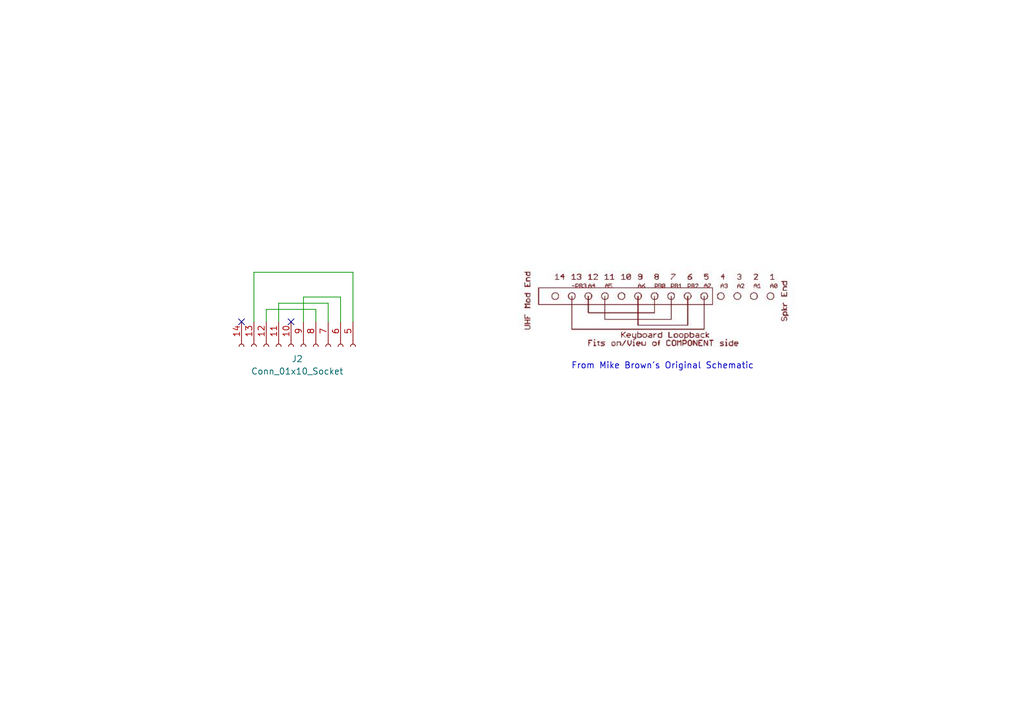
<source format=kicad_sch>
(kicad_sch
	(version 20250114)
	(generator "eeschema")
	(generator_version "9.0")
	(uuid "c03f7a75-41d3-459b-a58b-b1e71c057fdc")
	(paper "A5")
	(title_block
		(title "Oric Diag Keyboard Loopback")
		(date "2025-10-17")
		(rev "1")
		(comment 2 "This is a redrwan Schematic of Mike Brown's Oric Diag Board")
	)
	(lib_symbols
		(symbol "Connector:Conn_01x10_Socket"
			(pin_names
				(offset 1.016)
				(hide yes)
			)
			(exclude_from_sim no)
			(in_bom yes)
			(on_board yes)
			(property "Reference" "J2"
				(at 2.54 -1.27 90)
				(effects
					(font
						(size 1.27 1.27)
					)
				)
			)
			(property "Value" "Conn_01x10_Socket"
				(at 5.08 -1.27 90)
				(effects
					(font
						(size 1.27 1.27)
					)
				)
			)
			(property "Footprint" "Connector_PinSocket_2.54mm:PinSocket_1x10_P2.54mm_Vertical"
				(at 0 0 0)
				(effects
					(font
						(size 1.27 1.27)
					)
					(hide yes)
				)
			)
			(property "Datasheet" "~"
				(at 0 0 0)
				(effects
					(font
						(size 1.27 1.27)
					)
					(hide yes)
				)
			)
			(property "Description" "Generic connector, single row, 01x10, script generated"
				(at 0 0 0)
				(effects
					(font
						(size 1.27 1.27)
					)
					(hide yes)
				)
			)
			(property "ki_locked" ""
				(at 0 0 0)
				(effects
					(font
						(size 1.27 1.27)
					)
				)
			)
			(property "ki_keywords" "connector"
				(at 0 0 0)
				(effects
					(font
						(size 1.27 1.27)
					)
					(hide yes)
				)
			)
			(property "ki_fp_filters" "Connector*:*_1x??_*"
				(at 0 0 0)
				(effects
					(font
						(size 1.27 1.27)
					)
					(hide yes)
				)
			)
			(symbol "Conn_01x10_Socket_1_1"
				(polyline
					(pts
						(xy -1.27 10.16) (xy -0.508 10.16)
					)
					(stroke
						(width 0.1524)
						(type default)
					)
					(fill
						(type none)
					)
				)
				(polyline
					(pts
						(xy -1.27 7.62) (xy -0.508 7.62)
					)
					(stroke
						(width 0.1524)
						(type default)
					)
					(fill
						(type none)
					)
				)
				(polyline
					(pts
						(xy -1.27 5.08) (xy -0.508 5.08)
					)
					(stroke
						(width 0.1524)
						(type default)
					)
					(fill
						(type none)
					)
				)
				(polyline
					(pts
						(xy -1.27 2.54) (xy -0.508 2.54)
					)
					(stroke
						(width 0.1524)
						(type default)
					)
					(fill
						(type none)
					)
				)
				(polyline
					(pts
						(xy -1.27 0) (xy -0.508 0)
					)
					(stroke
						(width 0.1524)
						(type default)
					)
					(fill
						(type none)
					)
				)
				(polyline
					(pts
						(xy -1.27 -2.54) (xy -0.508 -2.54)
					)
					(stroke
						(width 0.1524)
						(type default)
					)
					(fill
						(type none)
					)
				)
				(polyline
					(pts
						(xy -1.27 -5.08) (xy -0.508 -5.08)
					)
					(stroke
						(width 0.1524)
						(type default)
					)
					(fill
						(type none)
					)
				)
				(polyline
					(pts
						(xy -1.27 -7.62) (xy -0.508 -7.62)
					)
					(stroke
						(width 0.1524)
						(type default)
					)
					(fill
						(type none)
					)
				)
				(polyline
					(pts
						(xy -1.27 -10.16) (xy -0.508 -10.16)
					)
					(stroke
						(width 0.1524)
						(type default)
					)
					(fill
						(type none)
					)
				)
				(polyline
					(pts
						(xy -1.27 -12.7) (xy -0.508 -12.7)
					)
					(stroke
						(width 0.1524)
						(type default)
					)
					(fill
						(type none)
					)
				)
				(arc
					(start 0 9.652)
					(mid -0.5058 10.16)
					(end 0 10.668)
					(stroke
						(width 0.1524)
						(type default)
					)
					(fill
						(type none)
					)
				)
				(arc
					(start 0 7.112)
					(mid -0.5058 7.62)
					(end 0 8.128)
					(stroke
						(width 0.1524)
						(type default)
					)
					(fill
						(type none)
					)
				)
				(arc
					(start 0 4.572)
					(mid -0.5058 5.08)
					(end 0 5.588)
					(stroke
						(width 0.1524)
						(type default)
					)
					(fill
						(type none)
					)
				)
				(arc
					(start 0 2.032)
					(mid -0.5058 2.54)
					(end 0 3.048)
					(stroke
						(width 0.1524)
						(type default)
					)
					(fill
						(type none)
					)
				)
				(arc
					(start 0 -0.508)
					(mid -0.5058 0)
					(end 0 0.508)
					(stroke
						(width 0.1524)
						(type default)
					)
					(fill
						(type none)
					)
				)
				(arc
					(start 0 -3.048)
					(mid -0.5058 -2.54)
					(end 0 -2.032)
					(stroke
						(width 0.1524)
						(type default)
					)
					(fill
						(type none)
					)
				)
				(arc
					(start 0 -5.588)
					(mid -0.5058 -5.08)
					(end 0 -4.572)
					(stroke
						(width 0.1524)
						(type default)
					)
					(fill
						(type none)
					)
				)
				(arc
					(start 0 -8.128)
					(mid -0.5058 -7.62)
					(end 0 -7.112)
					(stroke
						(width 0.1524)
						(type default)
					)
					(fill
						(type none)
					)
				)
				(arc
					(start 0 -10.668)
					(mid -0.5058 -10.16)
					(end 0 -9.652)
					(stroke
						(width 0.1524)
						(type default)
					)
					(fill
						(type none)
					)
				)
				(arc
					(start 0 -13.208)
					(mid -0.5058 -12.7)
					(end 0 -12.192)
					(stroke
						(width 0.1524)
						(type default)
					)
					(fill
						(type none)
					)
				)
				(pin passive line
					(at -5.08 10.16 0)
					(length 3.81)
					(name "Pin_5"
						(effects
							(font
								(size 1.27 1.27)
							)
						)
					)
					(number "5"
						(effects
							(font
								(size 1.27 1.27)
							)
						)
					)
				)
				(pin passive line
					(at -5.08 7.62 0)
					(length 3.81)
					(name "Pin_6"
						(effects
							(font
								(size 1.27 1.27)
							)
						)
					)
					(number "6"
						(effects
							(font
								(size 1.27 1.27)
							)
						)
					)
				)
				(pin passive line
					(at -5.08 5.08 0)
					(length 3.81)
					(name "Pin_7"
						(effects
							(font
								(size 1.27 1.27)
							)
						)
					)
					(number "7"
						(effects
							(font
								(size 1.27 1.27)
							)
						)
					)
				)
				(pin passive line
					(at -5.08 2.54 0)
					(length 3.81)
					(name "Pin_8"
						(effects
							(font
								(size 1.27 1.27)
							)
						)
					)
					(number "8"
						(effects
							(font
								(size 1.27 1.27)
							)
						)
					)
				)
				(pin passive line
					(at -5.08 0 0)
					(length 3.81)
					(name "Pin_9"
						(effects
							(font
								(size 1.27 1.27)
							)
						)
					)
					(number "9"
						(effects
							(font
								(size 1.27 1.27)
							)
						)
					)
				)
				(pin passive line
					(at -5.08 -2.54 0)
					(length 3.81)
					(name "Pin_10"
						(effects
							(font
								(size 1.27 1.27)
							)
						)
					)
					(number "10"
						(effects
							(font
								(size 1.27 1.27)
							)
						)
					)
				)
				(pin passive line
					(at -5.08 -5.08 0)
					(length 3.81)
					(name "Pin_11"
						(effects
							(font
								(size 1.27 1.27)
							)
						)
					)
					(number "11"
						(effects
							(font
								(size 1.27 1.27)
							)
						)
					)
				)
				(pin passive line
					(at -5.08 -7.62 0)
					(length 3.81)
					(name "Pin_12"
						(effects
							(font
								(size 1.27 1.27)
							)
						)
					)
					(number "12"
						(effects
							(font
								(size 1.27 1.27)
							)
						)
					)
				)
				(pin passive line
					(at -5.08 -10.16 0)
					(length 3.81)
					(name "Pin_13"
						(effects
							(font
								(size 1.27 1.27)
							)
						)
					)
					(number "13"
						(effects
							(font
								(size 1.27 1.27)
							)
						)
					)
				)
				(pin passive line
					(at -5.08 -12.7 0)
					(length 3.81)
					(name "Pin_14"
						(effects
							(font
								(size 1.27 1.27)
							)
						)
					)
					(number "14"
						(effects
							(font
								(size 1.27 1.27)
							)
						)
					)
				)
			)
			(embedded_fonts no)
		)
	)
	(text "From Mike Brown's Original Schematic"
		(exclude_from_sim no)
		(at 135.89 75.184 0)
		(effects
			(font
				(size 1.27 1.27)
			)
		)
		(uuid "592752cb-8559-4a4c-bb06-ca9831d354f3")
	)
	(no_connect
		(at 49.53 66.04)
		(uuid "5040e1eb-1f57-4a53-a209-cfa368048d56")
	)
	(no_connect
		(at 59.69 66.04)
		(uuid "db9a0a2c-1ddc-4f6e-9428-d795aac81676")
	)
	(wire
		(pts
			(xy 57.15 62.23) (xy 67.31 62.23)
		)
		(stroke
			(width 0)
			(type default)
		)
		(uuid "0cd98ccb-0e15-4fe5-a3a6-f3f7e0aa1cd6")
	)
	(wire
		(pts
			(xy 69.85 60.96) (xy 69.85 66.04)
		)
		(stroke
			(width 0)
			(type default)
		)
		(uuid "19732327-f195-4b58-807d-d7bb14733c3f")
	)
	(wire
		(pts
			(xy 72.39 55.88) (xy 72.39 66.04)
		)
		(stroke
			(width 0)
			(type default)
		)
		(uuid "236a0f42-f942-4d9a-ac30-96ff8caa9aaa")
	)
	(wire
		(pts
			(xy 52.07 66.04) (xy 52.07 55.88)
		)
		(stroke
			(width 0)
			(type default)
		)
		(uuid "4bfea9ad-cbcd-4483-8325-ee4b1c1849be")
	)
	(wire
		(pts
			(xy 57.15 66.04) (xy 57.15 62.23)
		)
		(stroke
			(width 0)
			(type default)
		)
		(uuid "4e1b7724-e05f-401f-adc0-19184e1d2266")
	)
	(wire
		(pts
			(xy 54.61 63.5) (xy 64.77 63.5)
		)
		(stroke
			(width 0)
			(type default)
		)
		(uuid "4ff4ba7c-46e6-45e5-bb55-241cd7326970")
	)
	(wire
		(pts
			(xy 54.61 66.04) (xy 54.61 63.5)
		)
		(stroke
			(width 0)
			(type default)
		)
		(uuid "74d7c86f-fc02-4809-acbf-9674999f2046")
	)
	(wire
		(pts
			(xy 62.23 60.96) (xy 69.85 60.96)
		)
		(stroke
			(width 0)
			(type default)
		)
		(uuid "8e9a59a6-e19e-45a5-9c9a-21769156f961")
	)
	(wire
		(pts
			(xy 67.31 62.23) (xy 67.31 66.04)
		)
		(stroke
			(width 0)
			(type default)
		)
		(uuid "8efac7a4-d616-4275-958c-fbec7fe0ca36")
	)
	(wire
		(pts
			(xy 62.23 66.04) (xy 62.23 60.96)
		)
		(stroke
			(width 0)
			(type default)
		)
		(uuid "a7809451-f0ae-45d7-a7c9-111a4d2d159a")
	)
	(wire
		(pts
			(xy 52.07 55.88) (xy 72.39 55.88)
		)
		(stroke
			(width 0)
			(type default)
		)
		(uuid "b7410565-b5db-46c8-ae26-d69fcbd1c80e")
	)
	(wire
		(pts
			(xy 64.77 63.5) (xy 64.77 66.04)
		)
		(stroke
			(width 0)
			(type default)
		)
		(uuid "c0703ae1-3774-4269-93b7-4660499f0993")
	)
	(image
		(at 134.62 63.5)
		(scale 0.5)
		(uuid "f27e3fc7-ab60-47f9-8a5b-684a0fa4ceec")
		(data "/9j/4AAQSkZJRgABAQEAYABgAAD/4QLyRXhpZgAATU0AKgAAAAgABAE7AAIAAAANAAABSodpAAQA"
			"AAABAAABWJydAAEAAAAaAAAC0OocAAcAAAEMAAAAPgAAAAAc6gAAAAEAAAAAAAAAAAAAAAAAAAAA"
			"AAAAAAAAAAAAAAAAAAAAAAAAAAAAAAAAAAAAAAAAAAAAAAAAAAAAAAAAAAAAAAAAAAAAAAAAAAAA"
			"AAAAAAAAAAAAAAAAAAAAAAAAAAAAAAAAAAAAAAAAAAAAAAAAAAAAAAAAAAAAAAAAAAAAAAAAAAAA"
			"AAAAAAAAAAAAAAAAAAAAAAAAAAAAAAAAAAAAAAAAAAAAAAAAAAAAAAAAAAAAAAAAAAAAAAAAAAAA"
			"AAAAAAAAAAAAAAAAAAAAAAAAAAAAAAAAAAAAAAAAAAAAAAAAAAAAAAAAAAAAAAAAAAAAAAAAAAAA"
			"AAAAAAAAAAAAAAAAAAAAAAAAUm9iZXJ0IEJld2VzAAAABZADAAIAAAAUAAACppAEAAIAAAAUAAAC"
			"upKRAAIAAAADOTIAAJKSAAIAAAADOTIAAOocAAcAAAEMAAABmgAAAAAc6gAAAAEAAAAAAAAAAAAA"
			"AAAAAAAAAAAAAAAAAAAAAAAAAAAAAAAAAAAAAAAAAAAAAAAAAAAAAAAAAAAAAAAAAAAAAAAAAAAA"
			"AAAAAAAAAAAAAAAAAAAAAAAAAAAAAAAAAAAAAAAAAAAAAAAAAAAAAAAAAAAAAAAAAAAAAAAAAAAA"
			"AAAAAAAAAAAAAAAAAAAAAAAAAAAAAAAAAAAAAAAAAAAAAAAAAAAAAAAAAAAAAAAAAAAAAAAAAAAA"
			"AAAAAAAAAAAAAAAAAAAAAAAAAAAAAAAAAAAAAAAAAAAAAAAAAAAAAAAAAAAAAAAAAAAAAAAAAAAA"
			"AAAAAAAAAAAAAAAAAAAAAAAAAAAAAAAAMjAyNTowOTozMCAxOTozOTo0NwAyMDI1OjA5OjMwIDE5"
			"OjM5OjQ3AAAAUgBvAGIAZQByAHQAIABCAGUAdwBlAHMAAAD/4QQfaHR0cDovL25zLmFkb2JlLmNv"
			"bS94YXAvMS4wLwA8P3hwYWNrZXQgYmVnaW49J++7vycgaWQ9J1c1TTBNcENlaGlIenJlU3pOVGN6"
			"a2M5ZCc/Pg0KPHg6eG1wbWV0YSB4bWxuczp4PSJhZG9iZTpuczptZXRhLyI+PHJkZjpSREYgeG1s"
			"bnM6cmRmPSJodHRwOi8vd3d3LnczLm9yZy8xOTk5LzAyLzIyLXJkZi1zeW50YXgtbnMjIj48cmRm"
			"OkRlc2NyaXB0aW9uIHJkZjphYm91dD0idXVpZDpmYWY1YmRkNS1iYTNkLTExZGEtYWQzMS1kMzNk"
			"NzUxODJmMWIiIHhtbG5zOmRjPSJodHRwOi8vcHVybC5vcmcvZGMvZWxlbWVudHMvMS4xLyIvPjxy"
			"ZGY6RGVzY3JpcHRpb24gcmRmOmFib3V0PSJ1dWlkOmZhZjViZGQ1LWJhM2QtMTFkYS1hZDMxLWQz"
			"M2Q3NTE4MmYxYiIgeG1sbnM6eG1wPSJodHRwOi8vbnMuYWRvYmUuY29tL3hhcC8xLjAvIj48eG1w"
			"OkNyZWF0ZURhdGU+MjAyNS0wOS0zMFQxOTozOTo0Ny45MTc8L3htcDpDcmVhdGVEYXRlPjwvcmRm"
			"OkRlc2NyaXB0aW9uPjxyZGY6RGVzY3JpcHRpb24gcmRmOmFib3V0PSJ1dWlkOmZhZjViZGQ1LWJh"
			"M2QtMTFkYS1hZDMxLWQzM2Q3NTE4MmYxYiIgeG1sbnM6ZGM9Imh0dHA6Ly9wdXJsLm9yZy9kYy9l"
			"bGVtZW50cy8xLjEvIj48ZGM6Y3JlYXRvcj48cmRmOlNlcSB4bWxuczpyZGY9Imh0dHA6Ly93d3cu"
			"dzMub3JnLzE5OTkvMDIvMjItcmRmLXN5bnRheC1ucyMiPjxyZGY6bGk+Um9iZXJ0IEJld2VzPC9y"
			"ZGY6bGk+PC9yZGY6U2VxPg0KCQkJPC9kYzpjcmVhdG9yPjwvcmRmOkRlc2NyaXB0aW9uPjwvcmRm"
			"OlJERj48L3g6eG1wbWV0YT4NCiAgICAgICAgICAgICAgICAgICAgICAgICAgICAgICAgICAgICAg"
			"ICAgICAgICAgICAgICAgICAgICAgICAgICAgICAgICAgICAgICAgICAgICAgICAgICAgICAgICAg"
			"ICAgICAKICAgICAgICAgICAgICAgICAgICAgICAgICAgICAgICAgICAgICAgICAgICAgICAgICAg"
			"ICAgICAgICAgICAgICAgICAgICAgICAgICAgICAgICAgICAgICAgICAgICAgICAgIAogICAgICAg"
			"ICAgICAgICAgICAgICAgICAgICAgICAgICAgICAgICAgICAgICAgICAgICAgICA8P3hwYWNrZXQg"
			"ZW5kPSd3Jz8+/9sAQwAHBQUGBQQHBgUGCAcHCAoRCwoJCQoVDxAMERgVGhkYFRgXGx4nIRsdJR0X"
			"GCIuIiUoKSssKxogLzMvKjInKisq/9sAQwEHCAgKCQoUCwsUKhwYHCoqKioqKioqKioqKioqKioq"
			"KioqKioqKioqKioqKioqKioqKioqKioqKioqKioqKioq/8AAEQgAigGzAwEiAAIRAQMRAf/EAB8A"
			"AAEFAQEBAQEBAAAAAAAAAAABAgMEBQYHCAkKC//EALUQAAIBAwMCBAMFBQQEAAABfQECAwAEEQUS"
			"ITFBBhNRYQcicRQygZGhCCNCscEVUtHwJDNicoIJChYXGBkaJSYnKCkqNDU2Nzg5OkNERUZHSElK"
			"U1RVVldYWVpjZGVmZ2hpanN0dXZ3eHl6g4SFhoeIiYqSk5SVlpeYmZqio6Slpqeoqaqys7S1tre4"
			"ubrCw8TFxsfIycrS09TV1tfY2drh4uPk5ebn6Onq8fLz9PX29/j5+v/EAB8BAAMBAQEBAQEBAQEA"
			"AAAAAAABAgMEBQYHCAkKC//EALURAAIBAgQEAwQHBQQEAAECdwABAgMRBAUhMQYSQVEHYXETIjKB"
			"CBRCkaGxwQkjM1LwFWJy0QoWJDThJfEXGBkaJicoKSo1Njc4OTpDREVGR0hJSlNUVVZXWFlaY2Rl"
			"ZmdoaWpzdHV2d3h5eoKDhIWGh4iJipKTlJWWl5iZmqKjpKWmp6ipqrKztLW2t7i5usLDxMXGx8jJ"
			"ytLT1NXW19jZ2uLj5OXm5+jp6vLz9PX29/j5+v/aAAwDAQACEQMRAD8A+kaKKxvFc2p2vhu6vNFu"
			"7e1ntI3nY3FsZlkVUYlMB1wScc5OMdKT0RUY80kjZorzzw74m1y7/wCERvL7XdJvIPEG7daW9n5c"
			"keLaSRsP5rZ2Oio3y9Tzg8V6HSjLmRdWk6Ts/wCugUUUVRkFFFUda1mw8P6Pcapq9wttaW67pJG/"
			"IADuSeAB1NA0nJ2ReoqOeeG1t5Li6lSGGJC8kkjBVRQMkkngADnNVNF1qw8Q6TFqekTi4s5mdY5Q"
			"pAba5QkZ7ZU0eQcrtzW0L9FRzzw2ttLcXUqQwQoXklkYKqKBksSeAAOc1kxeMNBm8KN4lXUY10dQ"
			"xN26sq/K5Q8EZPzDA454xnIpXSGoSkrpeRtUVh6P4u0vWtTk023+129/HD55tb2zlt5DFnbvAdRl"
			"c8ZHetyhNPYJRlB2krBRWbpniHSdZvb+00q+ju5tPkWO5EWSsbEZA3dCeucE4IIODWZp3j7QdUuI"
			"EtZboQ3T+XbXc1nLFbzvnAVJWUKxJBAGeccZo5kV7Kpr7r0OloorOTX9Lk8RNoUV7FJqaQG4ktkb"
			"c0aAoMtj7ufMXAPUHIpkKLexo0VmXXiLSbPxBZaHcXsa6nfKz29qMl2VVLFjj7owrcnGcECtOi4O"
			"LVrrcKKztW8QaXoctlFql4kEt/cJbWsZyWlkYgAADnqRk9BnmodX8T6fotzHbTrdXN06eZ9nsbSS"
			"5kVM43ssYJVc8AnGSDjoaV0Uqc3ay3Neiqml6pZa3pdvqOl3CXNpcLujkTuOhBHUEHIIPIIIPIpm"
			"rava6NaLcXnmtvcRxxQQtLLK2CdqIoLMcAngcBSegNF1a4uWXNy21L1FZmjeINP15J/sEkgltmCX"
			"FvPC8M0JIyN8bgMuRyCRg9q06d7ilFxdmgoqvf39ppWnz32o3CW1rAheWWQ4VQKzdJ8V6drF+bGF"
			"L62uxEZhBfWMtszICAWXzFG4AsBx0zSutilCTXMlobVFFFMgKK5s+OdMS9jt57PWLfzbhLdZp9Ju"
			"I4t7uEUFygUAsQAc45FdJSTT2LlCUPiVgoorK13xLpPhuKB9XuxC1zJ5VvCqNJJO/wDdRFBZjyBw"
			"OpHrQ3bcUYuTtFXZq0UyCZbi3jmjDhZFDqJEKMARnlWAIPsQCKfTJCisTWfFunaJqUOn3Ed9cXc0"
			"LTrDZWUtwwjBCliEU4GSB+NaOm38ep6fHdww3MKSZxHdQPDIMEjlHAI6dx05pXV7FuElHma0LVFF"
			"FMgKKpaRrFhr2mrf6TcLc2ju6JKn3WKOUJB7jKnB6HqKu0DaadmFFR3FxDa20txdSpDBCheSWRgq"
			"ooGSxJ4AA5zWZpPiaw1i7e1gjvbedUMix3tlLbNIgIBZBIo3AErnHTcucZFK6Goyauka9FFFMkKK"
			"5xfHugNqkVkZ518+5+yQXTWsotpp8keWk23YWyrDGeqkV0dJNPYuUJQ+JWCiis268Q6VZa9Y6LcX"
			"ka6lfBjBag5dlVWYsQOi4RuTwSMU9iVFy2RpUUUUCCiiigAooooAKqarff2Zo97f+X5v2W3ebZux"
			"u2qTjPbOKt1k63etBeaPYmGGaDVLx7S4WVdwMf2aaTgdOTGBzkYJpPYqCuzB8HabdXps/FL23h60"
			"OqQC5lS00kpclZV3hWuPM+Y5Kkkpzg8DqO0rzvTvDvg7RvEWiX3hTSbZJn1S406SfMu6Jkt7jeFD"
			"NjO6LbnBGCcdjXolTDY3xOs7r8Vbr8woooqzmCuV+IvkP4M1KBrC4vLyeyuYrIW9jJcMsrwsgwUV"
			"tmQxXJwMEjPWuqopNXVi6cuSSl2OU13Q9M+JOgpbT3Gr2VtDchyBA9q0jKMgMk0fzpkg/dIyOvBq"
			"TwBo9xonh25tru5vrh21O9kDXxBfb9ocKwwBwwAkz3LkjggDp6KXKr3LdaXs/Zra9yhraWD6RMNY"
			"tDeWYKtJALVrksQwK/u1Vi2GAPAPTPauT8H62+neELmMaNrM13b3N3cm1/s6WF5I3upGBRpQiM2x"
			"w20Nu6jGeK7usjV9fOmalaWFvpV9qdzdQyzLHaGEbUjMYYkyyIOsq8DPehrW46crx9na+t9+xz2h"
			"rcX3xNudVtTrEumvpzI39p2bQJbSmRMRwCRVfDKpLYUjKpljwB3FcrB8QNOubqIQWV+9hLcQWy6k"
			"I08nzJ4o5IgV3+YMiWMZKYBbBI5NXtK8URanq39nTabqGnXD232qBb2JV8+IMFLDazFSCyZVwrDc"
			"OOuFFpFVYVJauNrI5XwTPa6f448RpbaVqdlYX0lomn7tIuYoisduEPJjAQAjHzYrQttWtfEniCB9"
			"W0/VIoLS6J0+1m0e6VTIDgXErtHtB6lAThQdzfMQI9i38aaNPDczyXBtoII2nSWYALcQq20zREE7"
			"03ccc8qcYdC2ho2qxa3pMV/BBcW6Slh5VzHskQqxUhl7HIPHWkl0TLqSd3OUWtlv5W7F6uIu7/Td"
			"K+INvcW2lahHFHa3q3ctpolyyvPJJbEMWSIhyRE3zDP3eT0rt65/V/Gml6JezW96txiGJmaeNA0X"
			"mBDJ5BbOFlKDcFbGQV55FVLYxo35mkrnO+IZNPsviBod3ZaNfhra9mm1K5tNGuHDbrV0Vi6RkScs"
			"BwTjP1r0IHKgjPPqMVh+H/E8fiGW5SCwngW2YxyO9zayhXHVD5MzkMPQgVuUR7jrN6Ra1StvfzOM"
			"8ePaRvZFNNvLi/W8spDNa6ZNOVgjukkcb0QgYCFtucnA4PFYfimzu9U8WR6nH/aFtoGq6WlldTW+"
			"n3Ru18ud3MYiVN8e8NjewxtDdypPp9FJxuXTxHIlZf193kc94GsW07wlDCbFtPR7m6nhtGQIYYpL"
			"iSSNSo4UhHX5e3TtTfG1nFeaPbiePVFWK6SQXek83NmQGHmKoDFgc7CFVjtkPGAcdHVHV9Wg0ezW"
			"aZJJpJZFhgt4ceZPI3REBIBPUnJAABJIAJDslGxmpylV51u2cd8N9IvrHWvEuoXI1aSzvpYBaXOs"
			"BVuZxGjIzMmAyjPTcqnbjiu/rEn8W6YtpbyWPnajPdf6iztI8zvhtrZRseWFb5WL7QrfKxB4rboi"
			"klZDrSlOXPJW/wCBoYPjnTbzWPAes6dplvDc3dzaPHFFPjazEep4DehPAOCa5fwjo8sXj9L61vvE"
			"2pWUOly273OvRtGI5GliKrGrojEkRsWbaRwvzZ4Hd6vqUOjaLfapdK7wWVvJcSLGAWKopYgAkDOB"
			"6isRfGjPfHT08Oaw2pIpd7Ii3Vlj4xJvaURspLY+VicgggYNTJK92aUpVPZuMVpr/wAE6aiuRh+I"
			"+l3E1qILHUjbzzQW7XTwrEkU8rbVhIdgzODjcEVtoIJ4rrqtNPY5505w+JWOf0S2n1eSDX9at5IJ"
			"9pNnYyqR9iQ5G5geszKcM38IOxf4mfoK5GL4hW8mlW18+h6tEt7FDNZRuIC10sskUa7SJSq/NPHk"
			"OV4bjODiwPHmlpHGt3Dd2t4+oJpzWMiK0ySs0YydjMuwCaMlwxHzqM7iFMqUUbTpVZPb+v6/4Op0"
			"1eVeJrDVIfGWu6naS+KI9WKRRaMNPt0ltZYzGg2szIyoBMHZw7JkbSM8V6rWDN4shg1meyl06+W3"
			"t7uKzk1DERhWaVYyi4D+ZyZY1zswC3JwCaJpNahh5yhJuKvp+q/4Y1NLkvJdIs5NViSC+eBGuYoz"
			"lUkKjco5PAOR1P1NWq5Ww8dxahbGSLQdYWV7aC7toDFEz3MUr7VZCshUYJBbey7QcnjmtnRNZj1u"
			"xe4jtri0eKaSCa3ulAkjdGwQdpKnsQQSCCOaaaZnOnON20c/4y8P+Hr/AFey1HxHpmoX0aQSW+LW"
			"GWeM5dHVZIogXblSQcbBg7udlaHgaC9t/CsS6hDeQM087ww30pkmjgaVmiV2LMciMqMEkjGO1WNd"
			"8U2GgSwxXUd1PJIrSulpAZWhhX70rgdEGR7noATUa+Kozrljp5027EWoMwtL4S27wzBYzJuULKX2"
			"4HXbjJX1FLRSua3qSpKNtN/uvsbtZfiPQYvE2gz6Vc3V1aw3GBI9q6q5UHJX5gQVPQgjkEitSqWq"
			"arb6TarLcB5HkcRQQRAGSeQ9EQEjJOCeSAACxIUEina2pzwclJOO5ifD/RrnRPD91bXlxfTu+p3k"
			"itfEF9pncKwwBwwAfPcuSOCBXUVzN346s7bT1v003VLiyWBp7q4jtwq2aqxVxJvZTuUq25FDMNpy"
			"ORnpqUbWsjStzuTnNbkN5LNBYzzWtubqeONmjgVwplYDIXceBk8ZPHNcjowOp/ENtbt4tZ8htOki"
			"lXU7eSBLRy0O2OFXVc7vLdnI3jKrhhnB7C4uIbS2luLqVIYIULySyMFVFAyWJPAAHOaxR4rjktwb"
			"TSNUuLsyKpsBCsc6KysySMJGVVRghwSR82UOHDKCVrjp8yi7I3qKo6Nq0GuaNbalaJNHFcJuEc6b"
			"JIz0KsvZgQQfcd6vVRi007M4BtSfxF47jXVbTVrPTdKutllbHS7kpez8YuJH8sosat9wZHI3kjgV"
			"39c4PHehi6uY7iaW2hhEnl3c0RWG5Mf+sETfxlfQdcHbuwca2j6pFrWkw38EM8CTZxFcx7JEIYqQ"
			"y9jkHiojbub1lKyfLZIu1xXiO406w8W6TcQaVem4j1D7Rf3Npo9xLvQWc8aFpEjIfBkRcAkjPbBr"
			"tax7nxPp9trkelsZGkLrFLMigxW8jjMaSNn5Wf8AhHPJUHG9NzkTSbTdlfRmtHIJYkkUMFdQwDKV"
			"OD6g8g+xp1c5oXjbT9f1NLG3trq3ee0+3WrXAQfabfcFEqqrFlUkjG8KSDwODjF+KFk8On2mtJqm"
			"rWMFteW0d8bK+liRLUygSOUQ8nDdQCcfShy0uhxot1FTlpc72iuJ8FNaf8JPrCaHrl1rWlLaWuJp"
			"tRe8RJy8+9VcsQDt8skA91z1FdtTTurkVIckuUKKKKZmFZev+G9K8UWUVprdu1xDDKJowkzxFXCs"
			"udyMD0Zh171qVj+KL/VNK0Ge/wBGt7S4ktlaWVLuZox5aqxO0qrZbgYBwOvNJ2tqXT5udcrszO0f"
			"4a+FdB1WDUtK06SG6t2Z43a9nkCsylWO1nIJIZuSO9dTXE6H4q8SXreHbnVdN0qHT9dx5TW13I8s"
			"e63knXKtGB0jwcE8nvXbUo8ttDSv7Xm/eO79bnIRav4i1fxfr2maXd6ZZW2kyQRqbmxkneQyQrIT"
			"lZkAxuxjFaH2Pxh/0HNE/wDBNN/8lVm+Fv8Ako3jn/r5s/8A0lSuxpRV0VVlySSilsui7IwPsfjD"
			"/oOaJ/4Jpv8A5Ko+x+MP+g5on/gmm/8AkqtfUL+30vTLrUL1/LtrSF55nCk7UVSzHA5PANYFqvjP"
			"ULNb6S60vSpZIy0enSWj3AiztIEkgkQlxgj5QANx+9gGh2FGUmruyXov8ix9j8Yf9BzRP/BNN/8A"
			"JVH2Pxh/0HNE/wDBNN/8lVe0LVxrWl/ajCYJUmlt54t24JLFI0bgNgbl3KcHAyMEgHgaNOyZMpzi"
			"7NL7l/kc1d6P4mv7SS1v9U8PXNvKMSQzaFK6OPQg3WDWFJ8N9RNzbS2epaPpiW6TKsWlaXcWSsZT"
			"HuZvJu1JP7lB1x6g4GNez1LXPFK3V1oV3aaZpkdw0NtPLb/aJLkxSbXbAdQsZZWTHLEfMChIxoaF"
			"quoT6jf6TrcEKX1iscontsiK5hk3BJFUklDujkUqScbcgkEVNos3561NOzWm6svTscp/wrPUU1Ia"
			"jbalodreJdQ3EVxb6G6SQrFGkYhVhcZERSPBToQzdM8aFn4Q8S2eu/2xH4h0o3slqLa6k/sZ1F5j"
			"btklVbgBpAFIBAGAzADGMdtXPXOq6nqHiSfStAksoU09Y2vrm6ieXDOCViRFZfm2gMWLcBl4OTg5"
			"YoSxFaeja27Lb7jltP8AhTNpsdqkM3hmRIbE2UqyeHSRdruibfMPP+dw0KkE9yxxzxtaJ4W17w7Y"
			"vaaPqPh61gkmedki0GRAWds9FuQOBhR7KB2q3aavqOka/ZaJ4kubW7bUVk+w3dvC0TSNGoZ0kTLA"
			"NtywYEKcMML8u7paIxj0CrXrbSd09dl/kYH2Pxh/0HNE/wDBNN/8lVzd/wDDfUtSvb69udQ8PtfX"
			"syTG7bw+Xli2oiBUZpz8uI+VOQdzdjiuo1/Vr61urHS9Ehgl1O/LsjXO7yoIkA3yttHzYLRqFyCS"
			"45ABIpXV/rvht7e61m8sdR0t5VgnaG2aCeGSWVUjZRvZXQFwCDhgozliMEai9wpzqx1i0m/Ja/gQ"
			"WvhnxJZ3dvPba1ocX2a1+yxxx6G6IEyD0W5GPujgcDnitD7H4w/6Dmif+Cab/wCSq36y/EetjQNG"
			"a7WA3Vw8kdvbWwcIZ5pGCRpuPCgswyewyecVVkkZKpUnJLS/ov8AIqfY/GH/AEHNE/8ABNN/8lUf"
			"Y/GH/Qc0T/wTTf8AyVVW7HjOwspNRS60zUJY4g8mlxWbxiTaSWWKXeSHKnALKQSq8Jkmt7StSh1j"
			"RrLU7UOsF7bx3EYkGGCuoYZHrg0lYqTkldWa9F/kZf2Pxh/0HNE/8E03/wAlVl634S17xEtkmsap"
			"oF1BZ3H2hYJdCkeORvLePDq1yQQBISPcA9q627u4LCynu7yVYbe3jaWWRuiKoySfoBXN2Uni3WtM"
			"i1OC903S0uAJ7azlsnmYRspwsz+YvPIJCgbSMZYZyNLYdOc/iTS+S/yOa/4VLerDKkWq6LDIUZLa"
			"ePQiJLHM0swMDefmMhpiBjoFXuMnsPsfjD/oOaJ/4Jpv/kqp/DWvjX9PnaSH7PeWVy9newAkrHMm"
			"MhWIG5SCrA+jDODkDYojGNtAq16zlapuvJf5HKavoPirWdFvtLute0dIL23kt5Gj0eUMFdSpIJuS"
			"M4Poax/+FaXbXAlurrQb8/MW/tHSJ7wuSFAJaa7ZuAmBzgbm45NbsWoa5r2o3f8AY09nYaXZ3DW4"
			"uJrd5pbqSNgJNq5UIgYNHn5iSrY28Ey6DreoS6zf6Dr8MK6lZolwk9qpWG6t3ZgjqpZmRgUZWUk8"
			"jIJB4Vot6lqpWhF8rWm6sv8AI5Cx+E2q2LoyeJLOYQvbvbLPpsri28mRHUIDc8ZEUaEnJKoACK7H"
			"7H4w/wCg5on/AIJpv/kqt+uevtZ1G68TnQ9AS3R7aFLi+vLpS6Qq5IjRUDKXZtrnOQFC85JAp8sY"
			"7EutVrP3mtPJf5HLQ/CzUYtEg0uTWtPuoYUgizeWFxcbkikjk2bZLsoqsYkDKqqCBjAwMXbfwFrl"
			"pp01hZ63pFtZyahDfpBFo0ipC8bxuEjX7ThULRAkerNgjPGrbalrmi+INN0jX3h1O21FWit9Rt4P"
			"JZJkRnZZk3FTuRCQyY5DDaBg11FJQj2KqYiut5J312X+XkYH2Pxh/wBBzRP/AATTf/JVYg8D64dc"
			"uNVm1zTZp57hLkxSWFz5CuiIinyRd7CR5asCykhgCDwMbviLXZtPutP0nS0ik1bVGdbYTq3lRoi7"
			"pJXx1Cgj5cgsWAyBkipe32u+Gl/tLWb+wv8ATDJGtyI7Y2zWgYqhkUl2DIDlmVuQCx3YAWhqPUUJ"
			"VUvdaV/Ja/gYOlfDbWdBgkTQte0rTXlsY7KWW10ZkaQJnErD7RtMvLfPjPJ9sbunaF4l0nTobHTt"
			"W0KC2hXaiDRpj7kkm6ySSSSTkkkkkk11NZfiPWh4e0GfUfsk146MkcVtDjdLJI6xooz0yzKM9ven"
			"yxiiXXq1ZWerfkv8jndS8FarrOoC81m58M6i6xCJFu/DzSqgBJyoa5OCc8/QUzQfBXiLQGMkHiHT"
			"LmfyI7ZZrrSZWaOGNQqxri5AVeMnA5JJOa1JV8ZwWLXqzaTdXSruOmRwuiPgk7FnL5DEEDeyYyPu"
			"rk42NH1W21zRbPVLAk295Cs0e7GQGGcHGcEdCOxpKMblSrVVC101tsv8iHwzqU2s+E9I1S6VEnvb"
			"GG4kWMEKGdAxABJOMn1NR6/4cs/EbaampRQXFtZXZuXtriASpN+5kjCkHjgyBs4P3fxFXwM6xfDT"
			"w7I5wq6RbMT6AQrVPSr7xN4o0y31myuLPRbO4xPZ209qbmSWEqdrSlZFA3BlfahyuACx5FO90kyO"
			"VxnKUXZJkOofD8XOkrpFpd2dtpfmySC3/s5SbZmkdw9uysvlSASEBiGHCkKPmDdnWV4f1eXVrO4W"
			"9tltb+yuGtbuBHLqjgBgVYqNysjI4OOjgHkGtWnFLdGdSU2+WfT9Shr2l/234c1LSvO8j7daS23m"
			"7d2zehXdjIzjOcZFc5ffD9I21AeFZ7LQYdQit4biGCwwrpG0xb/VvGQXEqqWBBATg8grYe/1nxNd"
			"X8Hh29i0qwtJXtTfyWvmyyzocP5asQoVSCu5g247sAAAm9pOq3w1ibRNd+ytfRwC5hntQyJcxFyp"
			"IjYkoynaGG5h86nPzYCfK3qaxdSnG0X52+7/AIHoaWmWsllpdvay/Zt0MYjAtIPJiAHACpubaAMD"
			"GTVqisLUNV1KbxEui6JDAkkcCXV3eXQLJDG7MqKqKwLuxjfuAoXJJOFNbGCTm2UF8BWNk+n3mjQ6"
			"bZatZzPK18dPUtOWikQh9rKxGZAx+bnaPqNnQNOvtL01rfUry3vJDNJIslvbNAAHYsRtLvk5Lc56"
			"Y44ycuHUtX0DVtN07xDdW+o2uoN9mg1BIhBIs4QuFkTcVO8I2GTGCAu3kGunpRS6GtWVS1pO6f8A"
			"XqFcre+AdNvtWvNUmjtW1CfU7W+iu2tFaWBYfI/dK+c4byW5BGPMPBxzq67qtzp8drBptslzf30x"
			"gtllcpErBGctIwBIUKh6AkkqOM5GTqN74j8M20mrajd2OqabERJexxWrW8ltEAoeSPDPuVQGco3z"
			"HLYbgLSlbqFJTTvB2b/Ej8JeAx4WvIpPty3SWtvJa2x8grKY3aM/vnLt5jKsMSrgIAAQFxgB/wAR"
			"9Wk0rwzAEvm06O9v7eznvUkEbW8MkgEjq54Uhc/N269q6yuS1rxhB4d1zXP7Su4Rb2WjwXtvavIi"
			"PK+653hCeSSI4xjnHHryNKMbIqEp1avO9Wv8x/guHRITejQvFlz4hLbPN8/Vhe+R97GOTtzz9do9"
			"K6que0rX01XxpqVpY38F3YW+n2sqiB0dVleScP8AMOckInBPGPeuhpx20M61+f3vL8vkFFFFUYhV"
			"fUJLWHTbmXUAptEhdpw6blKAHdkc5GM8VYrA8aavd6J4amvLPRU1lFO25t3m8sLCQdzn5W3AcZGO"
			"hJ7Um7K5cIuUlFHK+F4orTVdAvV0ieLStVUjSfM1ma5FpmB5EzbuNkRMSuvyM23JXODXpNeY+DNC"
			"1FNd0y8k0G4h0qJN9m58Uve29qpiZVaKIrggq20HJwGyK9OqKex0Yu3Orfnfq/NnHeFv+SjeOf8A"
			"r5s//SVK7GuKto9Z0Hxx4lvk8PXupWuqS28kEtpPbjGyBUYMJJUIOQe1an/CR6v/ANCXrP8A4EWX"
			"/wAkU4uyFVg5yTTWy6rsvM1dY02LWtDvtLuHdIb62kt5GjxuVXUqSM98GsO31nxRbWYtr/wvNe38"
			"YCfarW6gS1mOPv8AzuJEB7jYSOcbuMz/APCR6v8A9CXrP/gRZf8AyRR/wker/wDQl6z/AOBFl/8A"
			"JFDaFGMkrNJ/Nf5lzw3pt1pWhxw6lOk99JJJcXLx52ebI5dgmedgLYXPOAK1a57/AISPV/8AoS9Z"
			"/wDAiy/+SKP+Ej1f/oS9Z/8AAiy/+SKaaREoTk23b71/mcfr1nqnhTSbXSY9L+36UNftrmyntJUV"
			"0D3qy+RIsjjLbmKq4JB43bcEns/D1lqDahqGt61CLS6vliijtFlWT7PBGGKqzAYLlpJWOCQNwAJx"
			"k834z17U5tL08S+E9Vtwur2DBpJ7QhiLmMhRtnPJPAzxk8kDmuh/4SPV/wDoS9Z/8CLL/wCSKhWT"
			"Ompzypra7vd3Xl5nQ15/47sL/SNG8Xahp1kl5Zatpj/a1E4SSCRYHTzQG4ZdgjBG4EbCQGJxW/8A"
			"8JHq/wD0Jes/+BFl/wDJFYvjPX9Um8B6/FL4R1a3R9NuFaaSezKxgxNliFnJwOvAJ9AacmmiKEZR"
			"qLb7139RPCmnXmtt4b1XUtPewtdG08LZrLKjSTyyRKrS4RiAgTcACcksSQuBnvK4zw34g1WPwrpK"
			"J4P1eVVsoQJEnswHGwcjM4OD7gGtL/hI9X/6EvWf/Aiy/wDkiiLSQq0Zyn0081/mP1+y1BNSsNb0"
			"aEXd1YpNDJZtKI/tEMm0sFYjAcNFGRkgHDAkZyOV0SDVfE2jppp0qTT9NXXLq7vLm6ljLsI7+SUR"
			"RrG7fNvVVZmwAA23dkGun/4SPV/+hL1n/wACLL/5IrE8J6/qkWizrH4R1acHU79iyT2gAJvJiV+a"
			"cHIJKntkHBIwSnZsuHPGn0umrarz8zvKx/FGiya5o6w2skcV3b3MN5avMpZBLFIrqGAIJU7dp9jn"
			"qKrf8JHq/wD0Jes/+BFl/wDJFH/CR6v/ANCXrP8A4EWX/wAkVbaasYRhOMlJNaea/wAyCfV/E95Z"
			"GztvDVxp19MDEb6S6t5Le3JyPNGH3yAdQpjXdwDt5I3dJ02HRtFstMtS7QWVvHbxmQgsVRQoyRjn"
			"ArJ/4SPV/wDoS9Z/8CLL/wCSKP8AhI9X/wChL1n/AMCLL/5IpKxUoyaskl81/mbOo2Fvqml3Wn3q"
			"F7a7heCZQxG5GUqwyORwTXmOq3niHTfHfgu31PSJNSvLKC8SOa0uY8X37hQX/eFNjcZYHIGeC1dr"
			"/wAJHq//AEJes/8AgRZf/JFcl4g1zUpPiV4PmfwtqkUkS32yBprUtNmJc7SJiox1O4j2zUzs1/Xc"
			"2w0ZRk07NWfVdn5nZ+FtEk0bT7l7tla+1G7kvrvYcosj4+RfUKqqmcDO3OATituue/4SPV/+hL1n"
			"/wACLL/5Io/4SPV/+hL1n/wIsv8A5Iq00lY55QnJ8za+9f5nN+JotV8PabNZx6bLqOmT65a3lvPB"
			"NEJIme+ileJ1cp1kZ9jAn7wDbQNx6LQdO1CfxBqHiHWbZLKa5hitLa0Vw7xQRlmzIwJUuzSNwuQA"
			"FGScmsXxfr2qS6HCsnhLVoFGpWDb3ntCCRdwkL8s5OSQAO2SMkDJG5/wker/APQl6z/4EWX/AMkV"
			"CtzHRLndLpd36ry8zoa5vUrfV9K8QzaxpNqdUtbuGOG6sVmCSoyFtssW9ghyHIZSVztUg8YL/wDh"
			"I9X/AOhL1n/wIsv/AJIpD4j1faf+KL1np/z8WX/yRVtpmEISi+n3r/MwfAlrqOs6D4Sub21k0/T9"
			"H0+F7ZWkjZr2VrbyxJhc7IwjvgEhmLgkLtwfQK4PwXr+qQ+AfD8UXhHVrhE0y2VZo57QLIBEuGAa"
			"cHB68gH1Arb/AOEj1f8A6EvWf/Aiy/8Akipi0kaV4ylUe33rv6kniDS76a/07WNFEb3+nGVfImma"
			"NLiGRRvjLAHB3LGwJB5THfI4LwtZ6h4qsfFGjT6Y9lYXniCd9QmnmQsiZiLQKqFtzMFKlsqFDZUs"
			"Rgdz/wAJHq//AEJes/8AgRZf/JFcl4C1zUoH8T+T4W1S58zX7l38qa1HlMQmUbdMMke2RzwTUys5"
			"GtLnjSltdWtqu/qenVkeKNJuta8PTWen3KWt4JIp7eaRN6rJFKsqZHcbkAP9elVf+Ej1f/oS9Z/8"
			"CLL/AOSKP+Ej1f8A6EvWf/Aiy/8AkitG01Y5YwnGSkmtPNf5nOQ6r4jk8f6olv4d8jUn0m0izNdx"
			"tbRYmucSllbeyHJwAgYlcEICGrsvDuixeHfDWn6PbuZEsrdIfMIxvIHLYycZOTjtmuRtte1MfEbU"
			"pR4S1YyNpNopgE9puUCa5IYnz9uDkgYOflOQOM7/APwker/9CXrP/gRZf/JFTG25vWUnaKslp1Xb"
			"1DwPGsvwz8Oxvyr6RbKfoYVqlpVz4j8OaPBpN5odzrcllEsMN/YzwotwijCmRZpVZHwBuxuGeQec"
			"DX8JWNxpngrRLC+j8q5tdPt4Zo9wba6xqrDI4OCD0rXppaIxnUSnJWumzH8O6XdWEF7c6lIrX2pX"
			"Ru7hIzlIjsSNY1OBkKkaDcRliCeM4GxRRVJWMZScndnMxR6t4avbxLLSpNW0u6uJLmJLWdFnt5JD"
			"vkUrKyqyFy7ZDZBbG3HNTaVp15eeIpPEWr232KUWv2O0s/NEjRRl97u7L8u5iIxtBYL5fDHccdBR"
			"S5S3VbW2vcK5zUbTU9L8Sy65pFhFqMV3bRW95aq4in/du5R42YhG4lYFWK9Fw3GD0dFNq5MZOLOV"
			"ms9R8Ua1pc+o6U+ladpVz9sEd1KjzzzBHRcCJ2VUG/dksSSMbQOT1VFFCVglNyt5GH4j0q9updO1"
			"LRRanUdNmaREuVIE8bIVkh3jlN2VO7BG5FyCKzdWfWvFWly6J/YN5o9tfRmG8vLue3by4m4dY1jk"
			"cs7KSoJAAzu5xtPXUUnG5UarjbTbYKzdS8OaHrNws+r6Np9/Mi7FkurVJWVc5wCwPGSePetKud8c"
			"a5ceGvDR1iB40htLmF7sMu5ngMgV1Qf3yDgZwM96crW1FTUnNKD1Zp6ZoWkaL5v9jaVZaf52PM+y"
			"W6Rb8ZxnaBnGT+Zq/WL4d8X6F4rFwfD+oLefZtvm7Y3XZuzt+8B12n8q2qFa2gpqalae/mFFFFMg"
			"KwvF/hKz8aaGNK1K6vLe285ZXFpIEMm3OFbIIZckHBHVQe1btUr/AFNLC90y3eNnbULlrZCD9wiG"
			"SXJ9sREfiKTs1Zl03KMuaG6MXSPBbaTqsN6fFHiK/EW7/R729WSJ8qR8yhBnGcjnqBXT0Ag9DnnH"
			"FFCSWwTnKbvIKKKKZAUUUUAFFFFAHM+O/wDkE6Z/2G9O/wDSqOumrmfHf/IJ0z/sN6d/6VR101Sv"
			"iZtL+FH1f6BWD47/AOSdeJP+wVdf+imreqvqFjb6ppl1p96he2u4XglUEjcjKVIyOnBNN6oinJRm"
			"m+hS8Lf8ifo3/XhB/wCi1rVrjrf4fzWlrFb2/jPxNHDCgSNBPBhVAwB/qfSpf+EHu/8AodvE/wD3"
			"/t//AIzUptLY1lGm5N8/4M6ysDwZ/wAgK5/7C2pf+l09Uv8AhB7v/odvE/8A3/t//jNYvhXwddXG"
			"jzuvjDxFABqV+m2KaAA7buVd3MR5bG4+5OMDild32LUIezfv9V0fmejUVyf/AAg93/0O3if/AL/2"
			"/wD8Zo/4Qe7/AOh28T/9/wC3/wDjNVd9jP2dP+f8GdZRXJ/8IPd/9Dt4n/7/ANv/APGaP+EHu/8A"
			"odvE/wD3/t//AIzRd9g9nT/n/BnWVxniX/kqvgj/AHdQ/wDRK1P/AMIPd/8AQ7eJ/wDv/b//ABmu"
			"U1/wlcw/EbwlbHxXr8rXC3u2eSaEyQ7YlPyERADPQ5B49KmTdtuxtQhDnfvdJdH2Z6vRXJ/8IPd/"
			"9Dt4n/7/ANv/APGaP+EHu/8AodvE/wD3/t//AIzVXfYx9nT/AJ/wZc8bf8i9B/2FdO/9LYa6CuS/"
			"4QJpJrdr3xX4hvYoLiK4+z3E0Jjdo5FkUNiIHG5R0IrraFe9xT5VFRi77/oFI33T9KWkb7p+lUYm"
			"D4D/AOSceG/+wTa/+iVrfrA8B/8AJOPDf/YJtf8A0Stb9THZGtb+JL1YVxnw5/1ni3/sZLv/ANBj"
			"rs64z4c/6zxb/wBjJd/+gx0n8SLp/wAKfy/M7OiiirOc5y1/5Kjqv/YGsv8A0ddV0dc5a/8AJUdV"
			"/wCwNZf+jrqujqYmtX4l6L8goooqjIKKKKACiiigAooooAKKKKACiiigArkPHmuatY2LWegaPq91"
			"fFY7iC5tIFeEMkgbypD5isA2za2Aflfv0rr65L4lRXk/hJYrS0u723e8txqFtZKTLNa+YPNRQCGO"
			"V4OCDgntmpn8LN8Pb2sbieC9X1rW9S1i813SdQ0hd0Udpa3IHliMBvmBB5csW3cAAeWBnBNddXmP"
			"gm9tdJ8XXNnovhHxDpOkX8MARJrF0hjnUy+ZI2WIXKmIZHXaPQV6dSg7orEx5amistPy9X+YUUUV"
			"ZzBXOeNLS4uLGwnsE1Q3VneedE2lpbtIhMUkZJE5CFdrsO5yRiujrnPG8+qW+iwvoj6ok5uFDHS7"
			"SC4k27WzlZiFC5xyOc49TUy2NaN/aK347HL+AJLw6oy2r+KDYm+ujdC/gsFh8/c/mbjGfMH7zONv"
			"Gcfw16XXl/gb+09O8QRWt/f+IrW3u7ieYW+qaZaxR3czh5HAeMswb7z4yBhSBxxXqFTT+E2xn8Xp"
			"8gooorQ5AooooAKKKKAOZ8d/8gnTP+w3p3/pVHXTVzPjv/kE6Z/2G9O/9Ko66apXxM2l/Cj6v9Ao"
			"ooqjEKKKKACuV0228U6NDc2trpmj3UDX11cRyyapLExWWeSUAqLdgCA+Op6V1VFJq5cZ8qs1cwPt"
			"ni//AKAeif8Ag6m/+RaPtni//oB6J/4Opv8A5Frfoos+5XPH+Vfj/mYH2zxf/wBAPRP/AAdTf/It"
			"H2zxf/0A9E/8HU3/AMi1v0UWfcOeP8q/H/MwPtni/wD6Aeif+Dqb/wCRa5LxDdeJT8SvB7TaTpKX"
			"CrfeTGmqSMj/ALpd25vs4K4HTAbPtXplch4rsdTPjPwxrOnaXPqMGnC7FxHbyRK48yNVUjzHQHkH"
			"vUSTsbUJx5/hS0ffs/M0Ptni/wD6Aeif+Dqb/wCRaPtni/8A6Aeif+Dqb/5Fo/4SLU/+hN1v/v8A"
			"WX/yRR/wkWp/9Cbrf/f6y/8Akin8yeX+7H7/APgh9s8X/wDQD0T/AMHU3/yLR9s8X/8AQD0T/wAH"
			"U3/yLR/wkWp/9Cbrf/f6y/8Akij/AISLU/8AoTdb/wC/1l/8kUfMOX+7H7/+CH2zxf8A9APRP/B1"
			"N/8AItBu/F5BH9h6J/4OZv8A5Fo/4SLU/wDoTdb/AO/1l/8AJFH/AAkWp/8AQm63/wB/rL/5Io+Y"
			"cv8Adj9//BLnhrTZtG8J6RpdyyPNZWUNvI0ZJUsiBSRkA4yPStOsD/hItT/6E3W/+/1l/wDJFH/C"
			"Ran/ANCbrf8A3+sv/kimmkRKEpNt2+9f5m/XGfDn/WeLf+xku/8A0GOtT/hItT/6E3W/+/1l/wDJ"
			"FU/AWm6hp9vrs2q2Uli+oazPeRQyyI7iNwmM7GZQeDxk0t5IuMeWnK7WtuqOroooqzmOctf+So6r"
			"/wBgay/9HXVdHXOWv/JUdV/7A1l/6Ouq6Opia1fiXovyCiiiqMgooooAKKKKACiiigAooooAKKKK"
			"ACuM8V3mr2ep6iLCDUJJbrSPs+kNawtJHHdszhzIR8qf8u5DyYACtg/fz2dFJq6NKc+R3auct4Y0"
			"RNB8R6va6VBcQaP5MBUTSSOHuSZDKymQkn5DDkj5cgjqGx1NFFCVlYU5ucuZhRRRTICqmpR6lLbK"
			"uj3draz7wWe6tWnUrg8BVkQg5xznseOeLdFA07O5z8WiaxdatYXeu6tZ3EenytPBFZWDW+ZDG8eW"
			"ZpZMqFkfgAc4OeMHoKKKSVhyk5bhRRRTJCiiigAooooAxPFmj3mt6KkGmTwQXcF3b3UL3CFo90Uq"
			"yAMAQcHb2NZnk/Eb/n/8L/8AgFcf/Ha66ipcbu5rGq4x5bL7jkfJ+I3/AD/+F/8AwCuP/jtHk/Eb"
			"/n/8L/8AgFcf/Ha66ijlK9s+y+45HyfiN/z/APhf/wAArj/47R5PxG/5/wDwv/4BXH/x2uuoo5Q9"
			"s+y+45HyfiN/z/8Ahf8A8Arj/wCO0eT8Rv8An/8AC/8A4BXH/wAdrrqKOUPbPsvuOR8n4jf8/wD4"
			"X/8AAK4/+O0eT8Rv+f8A8L/+AVx/8drrqKOUPbPsvuOQ8v4iliv9oeFtwGSPsVxkD/v77ULH8RGG"
			"V1DwsRkjIsrjqOD/AMtaxvFCa1J8SL1NKkaKwOj2n9pPaBjeLF59x/qAO/XOPmx9wFsCmapqlxpW"
			"oaX4c8E209voy6Z9sguNKktT52XxgNcnYwGQzEbmJkUkj+LO9u51qDaVuXXXZaadTd8n4jf8/wD4"
			"X/8AAK4/+O00p8QxIIzqPhUOwLBfsdxkgYyceb7j8xSaVr2rW+qeH7LxTJDY3N7Y3zSwuY1M0kUs"
			"IjPysw3GJnYqrEcn+7xlJcXmueI9JlbXJtNkVNbjW5t0hJaOO/hjRP3iMuNqrzjJ29euXdeZKjK+"
			"qjbXp6/5Gx5PxG/5/wDwv/4BXH/x2jyfiN/z/wDhf/wCuP8A47XOaD4t1jXZodJm8R2sca3l1bjW"
			"7OCMfbBDHCyhA5eMM3muxwDxE2AOSL03jOS10S50+71SWTUW1R9O067tfs8ct5sCOWHm/uQRuaNu"
			"gLLgAMQoXMvMp06idrR+78djV8n4jf8AP/4X/wDAK4/+O0eT8Rv+f/wv/wCAVx/8drBs/EPi+9sb"
			"fT4bqG21H+3204z3sEbt5H2Jrjc4iYozjII2FQSq5C5YVraxeanb+JtE8NDxO1gs9rPcy38kMBuL"
			"pkKgRLuXyxw5Y4QnEfbk07q3Ulwmnb3fu6d9icRfEVhxf+FjzjiyuP8A47S+T8Rv+f8A8L/+AVx/"
			"8dpPhsjR6BqKPcNcsutX4M7hQZT9of5jtAGT14AHoKh8SyJF8V/BbSOqL9n1Hljgfcio+zcnX2jp"
			"2Wl+nZXJ/J+I3/P/AOF//AK4/wDjtHk/Eb/n/wDC/wD4BXH/AMdpvjDXry21jw7pWnalDpsGsTyx"
			"y6hsR2iEabwqb8pliNvzBuvAzWd/b+rG7j0MauzI2sPYHWkii8wItmLkcbTFv3kx524wp43cgbSd"
			"tRxjOUVK0e+3T7v+Cafk/Eb/AJ//AAv/AOAVx/8AHaPJ+I3/AD/+F/8AwCuP/jtZFzrusCePR01y"
			"VAmvJYHVhFD5ksTWRuDkFPL3B8LkKOAOM5JyfEV/qF9f2GkXGpzEaZ4ptYYNYCRB3D2byHI2eXuU"
			"vjhcYK5GckpyXmaRpzb15e+3T7v+Cdb5PxG/5/8Awv8A+AVx/wDHaPJ+I3/P/wCF/wDwCuP/AI7W"
			"avia70oeIbG41xtdFmlotvc2cVutzFLcyyQiNuREWUqjZKrw3INVLbxX4gtLDW7e/nkgktvsBhu9"
			"SW2d4EuZ2heRvs7eWVQIXGdp4O7jBouvMn2dR9I9One3l5o6XQNJ1u21++1jxPeabLNcW0FpGtjC"
			"8aqEeRud7Mcky46101ee+NBe6P4Cv7z+1rzxJLDeWEsVs6QKxZbuIhF8mNTljgcg9OBW94G1abW9"
			"AbULjXLHV3mmyTYwmKO1Oxcw4Yl8g5OXw3zDgcCri0nymFSnKUPat9bfgjpKKKKs5QooooAKKKKA"
			"CiiigAooooAKKKKACiiigAooooAKKKKACiiigAooooAKKKKACiiigAooooAKKKKACiiigDkPC/ir"
			"xH4gOn3Nz4SWx0u+hE63n9ppKVRk3IfLCgnPA9s+1XIPFthaeGbnXNb1fS/sKXE3k3NnOHjeIM3l"
			"rnJ3SbQMqucnIApfAvhqDwt4O0+wjsobS6+zxNeiLB3z+WquxI6nI61z2iaR4h1HwP4r0XVNG/si"
			"fUnvXtXnuo5VY3LSMAfLLEbdygnHOeBWfvJI7pRoylK1kk192vdv8DrJvFnhy2s7a7uNf0uK2ut3"
			"2eaS9jVJtpw21icNg8HHStCyv7TU7OO7026hu7aTOyaCQSI2Dg4YcHkEfhXCeL9M1y/vLC9s/D+o"
			"Jqi2xjmvdE1eCIopbJhJmUb1yFbOwYPfrns9Cg1G28P2EGt3EdzqMVuiXM0QO2SQDBIz6nvgfQdK"
			"abbsY1KcI01JPX1X6Empatp2jWy3Gsaha2EDOEWW6mWJS2CcZYgZwDx7Gq974l0LTbe2uNR1rTrS"
			"G7TfbyT3aIsy4ByhJwwww5HqPWsrxNFrNp4j0zW9F0hdYFvbXFrLbC6SGRfNaJg6l/lOPKIIyD8w"
			"xmq3hvw7qOmalpU13bW8KRW+pmVLeXckDXF3FNHGpIUnChhkKB8vuKLu9hxpw5FJv8V5/wCS+86S"
			"2vtLurNtYs7qzmtmjO6+ikVkKIWz+8HGFO7vgc+9cyureHPENroVvf6BFcWutXVw1gt1aIyEKrye"
			"eVYZXeoLDjPz89TVP/hENbkt9Q0O4kiGkavq9zeXc0U7BktWKsIFHBDSMW3EcBd/dhW14r0K6ntd"
			"Nv8Aw9HGuo6HN9otLYYVJ02FHgyeE3KdobHynFLVrYtRpxlbm32fbTS/z/D1M/xHdabrWjXmiiLT"
			"YJLfVINMtxqMcLJuZYmZokk+UuscrbVwclehHFD6T4C8O6VY6D4kuNDlNsJJoE1cWysPNkZmZEIA"
			"VS2RhQB8oHaq2oaJr+n+Dw0ViNa1u+1i21K/jt5UgjQxyRyFU3kfKqwJGOcn7x71neJ/Auq3/je8"
			"ulfVLjTNb8iK4FjeQRLbRooQiSOVG8xerjaepYbQcFpd97G0FBrl57LXr10/4Nu53j2GhajayaJJ"
			"a6ddW9psElg0aOkPGUBj6LxyOPpTl0zRNR0GCzSxsLvSHjRoYBCj27J1UquNuOhGK5HTfDOveDtb"
			"v38M2VjqVhc21pHGLu+aGRBbwiIJxGwLMADu4HXPaus8M6bNo3hPSNLumR57Kxht5GjJKlkjCkgk"
			"A4yPQVa13RzVEoq8ZX2/LX01KkzeEvCENvDO2i6HE0rTW6OYrZTJt2s6g4+ba2CRzg471X8T32hX"
			"Emi6fqWkQ682qzkWcRhilQAIXaXMh2gBMnjk9ADVbxHZapZa/PrWl+H4fEX2rT0sGtWuI4WiAaR2"
			"5kGCj71DDOfkXhv4cbTvhm8M/hCW9t9NP9i3V3cXCRZ2qJWeSJI/lGQjsvXH3c+1S29kjWEadlOU"
			"tfXyfzWtl5noFhp9lpdmlpplpBZ2yZKw28QjRcnJwoAA5Oa43UNXXxHfCO68BNrGiWt3LbPeXPkS"
			"MkiSNE7RwMSWUMv3sg4z8vGD3VcZpx8V6LeS6Tb6Ba3VrNfXNymp/wBoBY445Z5JcOhXfvAbGFBB"
			"JHzDnFS7GVF7y6+bt69VqZV9ruk21pqtjZeA4b/wrossi6g8SW6pHNGu99lu2A+0Fctkd8Zxy7Wv"
			"HXg3RtJ1XQrrQmlg0+VoU0qPT1aK52KszlFxs2oG3tnBUDcRyMx3egeKLWHxZoGn6Rb3dr4jmuZ4"
			"9Ue9WOO286IIVdMFyV28bQQdw5HONmbwvqB8N+OLJfKabXJbl7TD8YktkjXcccfMpqPe6HX+5VuZ"
			"/c/TV7679jmvEV5BNC9tB4FiufC/hi7F1P5M8EaY+zeY/wDo7LhsLcFsAjLDrWhqfiDRxZT6To3g"
			"u31fQtKiS61BNkMMNsjp5wMcTjDvtYsR8vJHOScWF+HMupahrDavrGqW9leXEe6xsrpUguYhbwow"
			"cbd3zFGU4YZUDpUOq+H9d03UPEVtoejxX1l4jhjgSVbpYRYbbdYPnVhll/i+TccAjHTKtJajUqUr"
			"RvqvNpX0v1332sXNB8UeEL3XLjwZpljaW1tJZR3MMP2dY4b1JU3uFjwAcIyEgjJy3GFJrJ0jxAhZ"
			"rbwN8PLGRLnTbS8vlinhtBidGZEI2fOAN3PuePWa0+GV3aSahLHeQi6ihsDpN4u5WjmtoDGS6/3H"
			"6FcnKse+DWVpHhfW/Dus6fqU3gsa3cw6NYQRSpewRtZzRRMkq/O3JORyMjjrR72lxpUHzcrvotG9"
			"396/PRnUaTdeH9L8UW/hseF7TR72+sIb6QW9vH5XmhnIhLKBudfLkZTjojEYxUVx40uIfDeneIPD"
			"HhYXtrrEkbSl7qO2dZZHSGPcMNuJJUZzwAM1LqXha98Rahd6jcRjTLmbTLM2chZZJLK8ied88ZB2"
			"+YoJHDAsOhNN0jw1qdn8LNA0aeFRfWk1hJPGJAQgjuopXGehIVW6dSOM1XvbGP7rST1d1dXfz6+n"
			"XodZpVxe3elwz6pYjT7twfMthMJfLOTxvAAPGD+NGpatp2jWy3Gr39rYQM4QS3UyxKWIJxliBnAP"
			"HtVuuM+IGlXl++m3Gk6Tqd3e2/miO703UYrWS1Dbdw/eHawYDHQ429qttpHJTjGdSz0T/rr/AF6m"
			"pe+I7eYaO2h6zokiX92EzPdA/aIlyJBBtPzSBto7gc5p/iPxjofhazuJNV1K0iuIbZrhLN7lEmmA"
			"BwEViCSSpA9TXKalpXi258O+DY7zT/7Q1Cw1WO7vWS6jzHGm8LuZtu99rruKjBZWwORTfENh4qtY"
			"PF+l6Z4dOrW/iASSQ3kV/FH5Jkt1h2OkhB+XywcgkEMOmKhydjqjRpuSTa69V37+h2Nx4u8PWLQp"
			"qWt6fYTTRLKsN1dxxSbW6HaTmtivJ9W8A6vL4kvIwurtp+tLBDeTaXqFvDGkawpCwkSRC742u3yn"
			"o2AAc59VghW3t44Y92yNQi7mLHAGOSeSfc1UW3e5hWp04KLg73H0UUVZzhRRRQAUUUUAFFFFABRR"
			"RQAUUUUAFFFFABRRRQAUUUUAFFFFABRRRQAUUUUAFFFFABRRRQAUUUUAFFFFABRRRQAUUUUAFFFF"
			"ABRRRQAUUUUAFFFFABRRRQAUUUUAFFFFABRRRQAUUUUAFFFFABRRRQAUUUUAFFFFABRRRQAUUUUA"
			"FFFFAH//2Q=="
		)
	)
	(symbol
		(lib_id "Connector:Conn_01x10_Socket")
		(at 62.23 71.12 270)
		(unit 1)
		(exclude_from_sim no)
		(in_bom yes)
		(on_board yes)
		(dnp no)
		(fields_autoplaced yes)
		(uuid "b597d4f6-f9a7-48ac-94a7-cbf3e0da9c1a")
		(property "Reference" "J2"
			(at 60.96 73.66 90)
			(effects
				(font
					(size 1.27 1.27)
				)
			)
		)
		(property "Value" "Conn_01x10_Socket"
			(at 60.96 76.2 90)
			(effects
				(font
					(size 1.27 1.27)
				)
			)
		)
		(property "Footprint" "Connector_PinSocket_2.54mm:PinSocket_1x10_P2.54mm_Vertical"
			(at 62.23 71.12 0)
			(effects
				(font
					(size 1.27 1.27)
				)
				(hide yes)
			)
		)
		(property "Datasheet" "~"
			(at 62.23 71.12 0)
			(effects
				(font
					(size 1.27 1.27)
				)
				(hide yes)
			)
		)
		(property "Description" "Generic connector, single row, 01x10, script generated"
			(at 62.23 71.12 0)
			(effects
				(font
					(size 1.27 1.27)
				)
				(hide yes)
			)
		)
		(pin "7"
			(uuid "8d1d6a3a-2424-4bec-8678-62b77a65efea")
		)
		(pin "5"
			(uuid "119520ed-709f-481b-9dce-567350029ffc")
		)
		(pin "10"
			(uuid "ff5a4678-3dfb-4521-a290-950227768f70")
		)
		(pin "12"
			(uuid "a804bd5a-d494-4e5d-a56e-a7713cacae49")
		)
		(pin "13"
			(uuid "dfbf58ea-faf2-49bb-b1b9-9a21288a6be3")
		)
		(pin "14"
			(uuid "185506b1-5996-4a6e-b9c1-56d705229d36")
		)
		(pin "8"
			(uuid "b57fbdb7-b75d-4d46-8397-64f55d033a92")
		)
		(pin "11"
			(uuid "54ae812f-2951-4fab-ab08-2e49b47355a8")
		)
		(pin "6"
			(uuid "2039975f-f7b4-44b0-9a52-939e95c1839a")
		)
		(pin "9"
			(uuid "784ac423-1d15-4bdd-996e-d2232eb7bb81")
		)
		(instances
			(project ""
				(path "/c03f7a75-41d3-459b-a58b-b1e71c057fdc"
					(reference "J2")
					(unit 1)
				)
			)
		)
	)
	(sheet_instances
		(path "/"
			(page "1")
		)
	)
	(embedded_fonts no)
)

</source>
